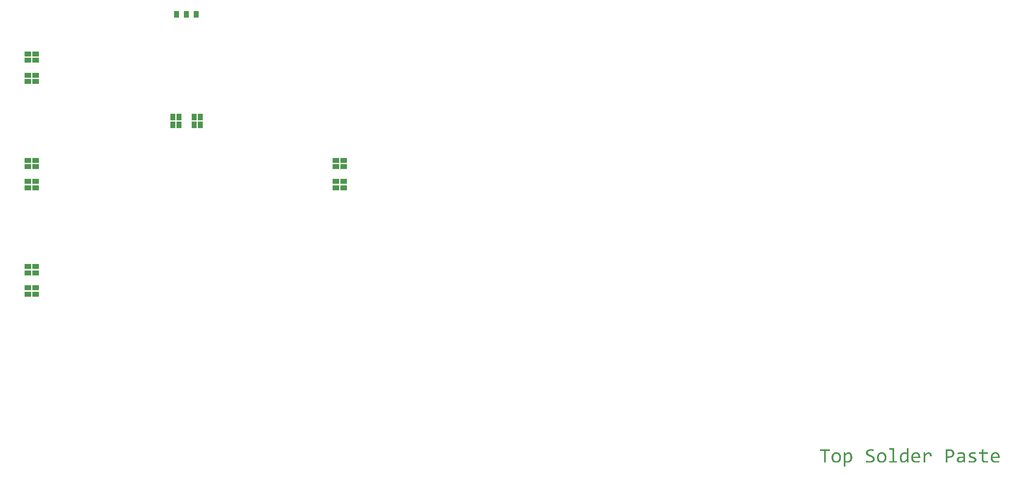
<source format=gtp>
G04*
G04 #@! TF.GenerationSoftware,Altium Limited,Altium Designer,21.2.2 (38)*
G04*
G04 Layer_Color=8421504*
%FSLAX25Y25*%
%MOIN*%
G70*
G04*
G04 #@! TF.SameCoordinates,DAC03B0E-16BA-4501-B517-EA695224B78F*
G04*
G04*
G04 #@! TF.FilePolarity,Positive*
G04*
G01*
G75*
%ADD18R,0.05512X0.04331*%
%ADD19R,0.05512X0.04331*%
%ADD20R,0.05512X0.04331*%
%ADD21R,0.05512X0.04331*%
%ADD22R,0.04331X0.05512*%
%ADD23R,0.04331X0.05512*%
%ADD24R,0.05512X0.04331*%
%ADD25R,0.05512X0.04331*%
%ADD26R,0.05512X0.04331*%
%ADD27R,0.05512X0.04331*%
%ADD28R,0.04134X0.05315*%
G36*
X699063Y-224101D02*
X699281Y-224120D01*
X699391D01*
X699482Y-224138D01*
X699682Y-224156D01*
X699919Y-224193D01*
X699974D01*
X700047Y-224211D01*
X700119D01*
X700320Y-224247D01*
X700557Y-224284D01*
X700611D01*
X700684Y-224302D01*
X700757Y-224320D01*
X700957Y-224357D01*
X701158Y-224393D01*
Y-225705D01*
X701122D01*
X701049Y-225668D01*
X700921Y-225650D01*
X700757Y-225614D01*
X700575Y-225577D01*
X700356Y-225523D01*
X699883Y-225450D01*
X699864D01*
X699773Y-225432D01*
X699664Y-225413D01*
X699500Y-225395D01*
X699318Y-225377D01*
X699099Y-225359D01*
X698662Y-225341D01*
X698461D01*
X698243Y-225359D01*
X697969Y-225395D01*
X697660Y-225450D01*
X697350Y-225523D01*
X697077Y-225632D01*
X696822Y-225778D01*
X696803Y-225796D01*
X696731Y-225851D01*
X696639Y-225942D01*
X696530Y-226069D01*
X696421Y-226233D01*
X696330Y-226434D01*
X696257Y-226652D01*
X696239Y-226907D01*
Y-226926D01*
Y-226980D01*
X696257Y-227053D01*
X696275Y-227163D01*
X696348Y-227399D01*
X696403Y-227527D01*
X696475Y-227654D01*
X696494Y-227673D01*
X696512Y-227709D01*
X696566Y-227764D01*
X696639Y-227837D01*
X696840Y-228019D01*
X697095Y-228219D01*
X697113Y-228237D01*
X697168Y-228256D01*
X697241Y-228310D01*
X697368Y-228365D01*
X697496Y-228438D01*
X697642Y-228511D01*
X698006Y-228657D01*
X698024D01*
X698097Y-228693D01*
X698188Y-228729D01*
X698334Y-228784D01*
X698480Y-228839D01*
X698644Y-228912D01*
X699026Y-229076D01*
X699044D01*
X699117Y-229112D01*
X699227Y-229148D01*
X699354Y-229203D01*
X699518Y-229276D01*
X699682Y-229349D01*
X700065Y-229531D01*
X700083Y-229549D01*
X700156Y-229568D01*
X700247Y-229622D01*
X700375Y-229695D01*
X700666Y-229895D01*
X700957Y-230132D01*
X700976Y-230151D01*
X701030Y-230187D01*
X701103Y-230260D01*
X701194Y-230369D01*
X701286Y-230479D01*
X701395Y-230624D01*
X701595Y-230952D01*
X701614Y-230970D01*
X701632Y-231043D01*
X701668Y-231134D01*
X701723Y-231262D01*
X701778Y-231426D01*
X701814Y-231626D01*
X701832Y-231827D01*
X701850Y-232064D01*
Y-232100D01*
Y-232191D01*
X701832Y-232337D01*
X701814Y-232519D01*
X701778Y-232720D01*
X701705Y-232956D01*
X701632Y-233193D01*
X701522Y-233412D01*
X701504Y-233430D01*
X701468Y-233503D01*
X701395Y-233612D01*
X701304Y-233740D01*
X701176Y-233886D01*
X701030Y-234050D01*
X700848Y-234214D01*
X700648Y-234359D01*
X700630Y-234378D01*
X700557Y-234414D01*
X700429Y-234487D01*
X700283Y-234578D01*
X700083Y-234669D01*
X699864Y-234760D01*
X699609Y-234851D01*
X699318Y-234924D01*
X699281D01*
X699190Y-234961D01*
X699026Y-234979D01*
X698808Y-235015D01*
X698553Y-235052D01*
X698261Y-235070D01*
X697933Y-235106D01*
X697332D01*
X697186Y-235088D01*
X697058D01*
X696731Y-235070D01*
X696658D01*
X696585Y-235052D01*
X696475D01*
X696220Y-235015D01*
X695929Y-234979D01*
X695856D01*
X695783Y-234961D01*
X695692D01*
X695455Y-234924D01*
X695200Y-234888D01*
X695182D01*
X695145Y-234870D01*
X695073Y-234851D01*
X695000Y-234833D01*
X694799Y-234778D01*
X694581Y-234724D01*
Y-233321D01*
X694617Y-233339D01*
X694690Y-233357D01*
X694817Y-233394D01*
X694981Y-233448D01*
X695182Y-233521D01*
X695419Y-233576D01*
X695674Y-233631D01*
X695947Y-233685D01*
X695984D01*
X696075Y-233703D01*
X696239Y-233722D01*
X696457Y-233740D01*
X696712Y-233776D01*
X697004Y-233794D01*
X697332Y-233813D01*
X697951D01*
X698115Y-233794D01*
X698297D01*
X698498Y-233758D01*
X698698Y-233740D01*
X698899Y-233703D01*
X698917D01*
X698990Y-233685D01*
X699063Y-233649D01*
X699190Y-233631D01*
X699445Y-233521D01*
X699700Y-233394D01*
X699719Y-233376D01*
X699755Y-233357D01*
X699810Y-233303D01*
X699883Y-233248D01*
X700047Y-233084D01*
X700174Y-232865D01*
Y-232847D01*
X700192Y-232811D01*
X700229Y-232738D01*
X700247Y-232647D01*
X700283Y-232537D01*
X700302Y-232410D01*
X700320Y-232137D01*
Y-232118D01*
Y-232064D01*
X700302Y-231991D01*
X700283Y-231881D01*
X700211Y-231645D01*
X700156Y-231535D01*
X700065Y-231408D01*
X700047Y-231389D01*
X700028Y-231353D01*
X699974Y-231298D01*
X699901Y-231225D01*
X699810Y-231134D01*
X699700Y-231043D01*
X699427Y-230861D01*
X699409Y-230843D01*
X699354Y-230825D01*
X699281Y-230770D01*
X699172Y-230715D01*
X699044Y-230643D01*
X698899Y-230570D01*
X698534Y-230406D01*
X698516Y-230387D01*
X698443Y-230369D01*
X698352Y-230333D01*
X698206Y-230278D01*
X698061Y-230223D01*
X697878Y-230151D01*
X697496Y-230005D01*
X697477Y-229987D01*
X697405Y-229968D01*
X697314Y-229914D01*
X697186Y-229859D01*
X697022Y-229786D01*
X696858Y-229713D01*
X696475Y-229531D01*
X696457Y-229513D01*
X696384Y-229476D01*
X696293Y-229440D01*
X696166Y-229367D01*
X696038Y-229276D01*
X695874Y-229185D01*
X695564Y-228948D01*
X695546Y-228930D01*
X695510Y-228893D01*
X695437Y-228820D01*
X695346Y-228711D01*
X695255Y-228602D01*
X695145Y-228456D01*
X694945Y-228146D01*
X694927Y-228128D01*
X694909Y-228055D01*
X694872Y-227964D01*
X694836Y-227837D01*
X694781Y-227673D01*
X694744Y-227490D01*
X694726Y-227272D01*
X694708Y-227053D01*
Y-227035D01*
Y-226962D01*
X694726Y-226853D01*
X694744Y-226707D01*
X694763Y-226543D01*
X694799Y-226361D01*
X694854Y-226160D01*
X694927Y-225960D01*
X694945Y-225942D01*
X694963Y-225869D01*
X695036Y-225778D01*
X695109Y-225650D01*
X695200Y-225504D01*
X695328Y-225341D01*
X695473Y-225177D01*
X695637Y-225012D01*
X695655Y-224994D01*
X695728Y-224940D01*
X695838Y-224867D01*
X695984Y-224776D01*
X696147Y-224666D01*
X696366Y-224557D01*
X696603Y-224448D01*
X696876Y-224338D01*
X696913Y-224320D01*
X697022Y-224302D01*
X697168Y-224266D01*
X697386Y-224211D01*
X697660Y-224156D01*
X697969Y-224120D01*
X698316Y-224101D01*
X698698Y-224083D01*
X698880D01*
X699063Y-224101D01*
D02*
G37*
G36*
X729271Y-234961D02*
X727978D01*
X727923Y-233412D01*
Y-233430D01*
X727905Y-233448D01*
X727814Y-233558D01*
X727704Y-233703D01*
X727540Y-233904D01*
X727340Y-234104D01*
X727121Y-234323D01*
X726885Y-234523D01*
X726629Y-234705D01*
X726593Y-234724D01*
X726502Y-234760D01*
X726374Y-234833D01*
X726174Y-234906D01*
X725955Y-234979D01*
X725700Y-235052D01*
X725427Y-235088D01*
X725117Y-235106D01*
X725008D01*
X724862Y-235088D01*
X724698Y-235070D01*
X724516Y-235033D01*
X724297Y-234979D01*
X724097Y-234906D01*
X723878Y-234815D01*
X723860Y-234797D01*
X723787Y-234760D01*
X723696Y-234687D01*
X723569Y-234596D01*
X723423Y-234487D01*
X723277Y-234341D01*
X723131Y-234177D01*
X722986Y-233995D01*
X722967Y-233977D01*
X722931Y-233904D01*
X722858Y-233776D01*
X722785Y-233631D01*
X722694Y-233430D01*
X722603Y-233211D01*
X722512Y-232975D01*
X722439Y-232701D01*
Y-232665D01*
X722421Y-232574D01*
X722384Y-232410D01*
X722366Y-232209D01*
X722330Y-231954D01*
X722293Y-231663D01*
X722275Y-231353D01*
Y-231025D01*
Y-231007D01*
Y-230970D01*
Y-230916D01*
Y-230843D01*
X722293Y-230661D01*
X722311Y-230406D01*
X722348Y-230114D01*
X722384Y-229804D01*
X722457Y-229476D01*
X722548Y-229167D01*
Y-229148D01*
X722567Y-229130D01*
X722603Y-229021D01*
X722676Y-228875D01*
X722767Y-228693D01*
X722876Y-228474D01*
X723022Y-228237D01*
X723186Y-228001D01*
X723368Y-227782D01*
X723386Y-227764D01*
X723459Y-227691D01*
X723569Y-227582D01*
X723733Y-227454D01*
X723915Y-227326D01*
X724133Y-227181D01*
X724370Y-227053D01*
X724644Y-226926D01*
X724680Y-226907D01*
X724771Y-226871D01*
X724935Y-226835D01*
X725136Y-226780D01*
X725372Y-226725D01*
X725664Y-226671D01*
X725974Y-226652D01*
X726302Y-226634D01*
X726538D01*
X726793Y-226652D01*
X727067Y-226689D01*
X727085D01*
X727140Y-226707D01*
X727213D01*
X727304Y-226725D01*
X727559Y-226780D01*
X727832Y-226853D01*
Y-223373D01*
X729271D01*
Y-234961D01*
D02*
G37*
G36*
X782255Y-226598D02*
X782437D01*
X782857Y-226634D01*
X782875D01*
X782966Y-226652D01*
X783075D01*
X783239Y-226671D01*
X783421Y-226707D01*
X783622Y-226725D01*
X783859Y-226780D01*
X784095Y-226816D01*
Y-228092D01*
X784059D01*
X783986Y-228055D01*
X783859Y-228037D01*
X783676Y-228001D01*
X783494Y-227964D01*
X783276Y-227928D01*
X782820Y-227855D01*
X782802D01*
X782711Y-227837D01*
X782601Y-227818D01*
X782456Y-227800D01*
X782292D01*
X782128Y-227782D01*
X781763Y-227764D01*
X781581D01*
X781454Y-227782D01*
X781162Y-227800D01*
X780870Y-227855D01*
X780852D01*
X780816Y-227873D01*
X780743Y-227891D01*
X780652Y-227909D01*
X780470Y-228001D01*
X780269Y-228092D01*
X780233Y-228110D01*
X780142Y-228183D01*
X780051Y-228292D01*
X779959Y-228420D01*
X779941Y-228456D01*
X779923Y-228547D01*
X779887Y-228675D01*
X779868Y-228839D01*
Y-228857D01*
Y-228875D01*
X779887Y-228966D01*
X779905Y-229094D01*
X779941Y-229240D01*
X779959Y-229276D01*
X780014Y-229349D01*
X780123Y-229458D01*
X780269Y-229586D01*
X780287D01*
X780306Y-229622D01*
X780360Y-229640D01*
X780433Y-229695D01*
X780543Y-229750D01*
X780652Y-229804D01*
X780779Y-229859D01*
X780925Y-229932D01*
X780943D01*
X780998Y-229968D01*
X781089Y-229987D01*
X781217Y-230041D01*
X781381Y-230096D01*
X781563Y-230151D01*
X781763Y-230205D01*
X782000Y-230278D01*
X782036Y-230296D01*
X782128Y-230314D01*
X782255Y-230351D01*
X782437Y-230424D01*
X782638Y-230479D01*
X782838Y-230570D01*
X783039Y-230643D01*
X783239Y-230734D01*
X783257Y-230752D01*
X783330Y-230770D01*
X783403Y-230825D01*
X783531Y-230879D01*
X783786Y-231062D01*
X784041Y-231262D01*
X784059Y-231280D01*
X784095Y-231317D01*
X784150Y-231371D01*
X784223Y-231444D01*
X784369Y-231645D01*
X784442Y-231772D01*
X784496Y-231900D01*
Y-231918D01*
X784515Y-231954D01*
X784551Y-232045D01*
X784569Y-232137D01*
X784606Y-232264D01*
X784624Y-232392D01*
X784642Y-232719D01*
Y-232738D01*
Y-232792D01*
Y-232884D01*
X784624Y-232975D01*
X784569Y-233230D01*
X784478Y-233503D01*
Y-233521D01*
X784460Y-233558D01*
X784423Y-233630D01*
X784369Y-233703D01*
X784241Y-233904D01*
X784077Y-234122D01*
X784059Y-234141D01*
X784041Y-234159D01*
X783986Y-234214D01*
X783913Y-234268D01*
X783713Y-234414D01*
X783476Y-234578D01*
X783458D01*
X783421Y-234614D01*
X783348Y-234633D01*
X783257Y-234687D01*
X783039Y-234778D01*
X782765Y-234870D01*
X782747D01*
X782711Y-234888D01*
X782620Y-234906D01*
X782528Y-234924D01*
X782419Y-234961D01*
X782273Y-234979D01*
X781982Y-235033D01*
X781964D01*
X781909Y-235052D01*
X781836D01*
X781727Y-235070D01*
X781490Y-235088D01*
X781198Y-235106D01*
X780889D01*
X780688Y-235088D01*
X780451D01*
X780196Y-235070D01*
X779650Y-235033D01*
X779613D01*
X779540Y-235015D01*
X779395Y-234997D01*
X779231Y-234979D01*
X779012Y-234942D01*
X778793Y-234906D01*
X778301Y-234797D01*
Y-233485D01*
X778338D01*
X778429Y-233521D01*
X778556Y-233558D01*
X778739Y-233612D01*
X778957Y-233667D01*
X779194Y-233722D01*
X779723Y-233813D01*
X779759D01*
X779850Y-233831D01*
X779978Y-233849D01*
X780160D01*
X780378Y-233867D01*
X780615Y-233886D01*
X781144Y-233904D01*
X781308D01*
X781490Y-233886D01*
X781709Y-233867D01*
X781964Y-233831D01*
X782219Y-233794D01*
X782456Y-233722D01*
X782656Y-233630D01*
X782674Y-233612D01*
X782729Y-233576D01*
X782820Y-233521D01*
X782911Y-233430D01*
X783002Y-233321D01*
X783093Y-233175D01*
X783148Y-233011D01*
X783166Y-232829D01*
Y-232811D01*
Y-232792D01*
X783148Y-232701D01*
X783130Y-232574D01*
X783075Y-232446D01*
X783057Y-232410D01*
X783020Y-232337D01*
X782929Y-232228D01*
X782784Y-232100D01*
X782747Y-232064D01*
X782692Y-232045D01*
X782638Y-231991D01*
X782547Y-231954D01*
X782437Y-231900D01*
X782292Y-231827D01*
X782146Y-231772D01*
X782128D01*
X782073Y-231736D01*
X781982Y-231699D01*
X781836Y-231645D01*
X781672Y-231590D01*
X781472Y-231517D01*
X781253Y-231444D01*
X780980Y-231371D01*
X780962D01*
X780889Y-231335D01*
X780779Y-231317D01*
X780652Y-231262D01*
X780488Y-231207D01*
X780324Y-231153D01*
X779959Y-231007D01*
X779941Y-230989D01*
X779887Y-230970D01*
X779796Y-230916D01*
X779686Y-230861D01*
X779413Y-230715D01*
X779140Y-230515D01*
X779121Y-230497D01*
X779085Y-230460D01*
X779012Y-230406D01*
X778939Y-230314D01*
X778757Y-230114D01*
X778593Y-229841D01*
Y-229823D01*
X778556Y-229768D01*
X778538Y-229695D01*
X778502Y-229586D01*
X778465Y-229458D01*
X778447Y-229294D01*
X778411Y-229112D01*
Y-228930D01*
Y-228912D01*
Y-228875D01*
Y-228802D01*
X778429Y-228711D01*
X778447Y-228602D01*
X778465Y-228474D01*
X778556Y-228183D01*
Y-228165D01*
X778593Y-228110D01*
X778629Y-228037D01*
X778684Y-227928D01*
X778757Y-227818D01*
X778848Y-227691D01*
X778976Y-227545D01*
X779103Y-227417D01*
X779121Y-227399D01*
X779176Y-227363D01*
X779267Y-227290D01*
X779376Y-227199D01*
X779522Y-227108D01*
X779704Y-227017D01*
X779905Y-226907D01*
X780142Y-226816D01*
X780178Y-226798D01*
X780269Y-226780D01*
X780397Y-226743D01*
X780597Y-226689D01*
X780834Y-226652D01*
X781107Y-226616D01*
X781435Y-226598D01*
X781781Y-226579D01*
X782109D01*
X782255Y-226598D01*
D02*
G37*
G36*
X680934Y-226598D02*
X681098Y-226616D01*
X681298Y-226652D01*
X681499Y-226707D01*
X681717Y-226780D01*
X681918Y-226889D01*
X681936Y-226907D01*
X682009Y-226944D01*
X682100Y-227017D01*
X682227Y-227108D01*
X682373Y-227217D01*
X682519Y-227363D01*
X682665Y-227527D01*
X682810Y-227727D01*
X682829Y-227746D01*
X682865Y-227818D01*
X682938Y-227928D01*
X683011Y-228092D01*
X683102Y-228274D01*
X683193Y-228492D01*
X683284Y-228748D01*
X683357Y-229021D01*
Y-229057D01*
X683393Y-229149D01*
X683412Y-229312D01*
X683448Y-229513D01*
X683485Y-229750D01*
X683503Y-230041D01*
X683539Y-230351D01*
Y-230697D01*
Y-230715D01*
Y-230752D01*
Y-230806D01*
Y-230879D01*
X683521Y-231098D01*
X683503Y-231353D01*
X683466Y-231663D01*
X683412Y-231973D01*
X683339Y-232300D01*
X683229Y-232628D01*
X683211Y-232665D01*
X683175Y-232756D01*
X683102Y-232902D01*
X683011Y-233102D01*
X682883Y-233303D01*
X682738Y-233540D01*
X682574Y-233758D01*
X682373Y-233977D01*
X682355Y-233995D01*
X682282Y-234068D01*
X682155Y-234159D01*
X682009Y-234286D01*
X681827Y-234414D01*
X681590Y-234560D01*
X681353Y-234687D01*
X681079Y-234797D01*
X681043Y-234815D01*
X680952Y-234833D01*
X680806Y-234870D01*
X680606Y-234924D01*
X680369Y-234979D01*
X680096Y-235015D01*
X679804Y-235033D01*
X679494Y-235052D01*
X679239D01*
X679003Y-235033D01*
X678711Y-234997D01*
X678638D01*
X678565Y-234979D01*
X678474Y-234961D01*
X678346D01*
X678219Y-234942D01*
X677927Y-234888D01*
Y-238331D01*
X676506D01*
Y-226725D01*
X677764D01*
X677855Y-228110D01*
Y-228092D01*
X677891Y-228074D01*
X677964Y-227964D01*
X678091Y-227818D01*
X678255Y-227654D01*
X678456Y-227454D01*
X678675Y-227254D01*
X678911Y-227071D01*
X679166Y-226926D01*
X679203Y-226907D01*
X679294Y-226871D01*
X679422Y-226816D01*
X679622Y-226743D01*
X679841Y-226689D01*
X680096Y-226634D01*
X680387Y-226598D01*
X680679Y-226579D01*
X680806D01*
X680934Y-226598D01*
D02*
G37*
G36*
X745925Y-226598D02*
X746016D01*
X746143Y-226616D01*
X746435Y-226689D01*
X746744Y-226780D01*
X747054Y-226926D01*
X747364Y-227144D01*
X747510Y-227272D01*
X747637Y-227417D01*
X747674Y-227454D01*
X747692Y-227509D01*
X747747Y-227563D01*
X747783Y-227654D01*
X747838Y-227764D01*
X747910Y-227891D01*
X747965Y-228037D01*
X748020Y-228201D01*
X748074Y-228365D01*
X748129Y-228565D01*
X748184Y-228784D01*
X748220Y-229039D01*
X748239Y-229294D01*
X748257Y-229568D01*
Y-229859D01*
X746817D01*
Y-229841D01*
Y-229804D01*
Y-229750D01*
Y-229677D01*
X746799Y-229495D01*
X746781Y-229276D01*
X746744Y-229021D01*
X746690Y-228766D01*
X746599Y-228511D01*
X746489Y-228310D01*
X746471Y-228292D01*
X746435Y-228237D01*
X746344Y-228146D01*
X746234Y-228055D01*
X746089Y-227982D01*
X745925Y-227891D01*
X745724Y-227837D01*
X745487Y-227818D01*
X745378D01*
X745323Y-227837D01*
X745141Y-227855D01*
X744922Y-227928D01*
X744904D01*
X744868Y-227946D01*
X744813Y-227964D01*
X744740Y-228001D01*
X744540Y-228110D01*
X744321Y-228256D01*
X744303Y-228274D01*
X744267Y-228292D01*
X744212Y-228347D01*
X744121Y-228401D01*
X743920Y-228602D01*
X743665Y-228839D01*
X743647Y-228857D01*
X743611Y-228893D01*
X743538Y-228966D01*
X743447Y-229076D01*
X743337Y-229203D01*
X743210Y-229331D01*
X743082Y-229495D01*
X742936Y-229677D01*
Y-234961D01*
X741497D01*
Y-226725D01*
X742791D01*
X742827Y-228256D01*
Y-228237D01*
X742864Y-228219D01*
X742955Y-228110D01*
X743100Y-227964D01*
X743283Y-227764D01*
X743501Y-227563D01*
X743738Y-227345D01*
X743993Y-227144D01*
X744267Y-226980D01*
X744303Y-226962D01*
X744394Y-226926D01*
X744522Y-226853D01*
X744722Y-226780D01*
X744922Y-226707D01*
X745178Y-226634D01*
X745433Y-226598D01*
X745706Y-226579D01*
X745833D01*
X745925Y-226598D01*
D02*
G37*
G36*
X772690D02*
X772890Y-226616D01*
X773127Y-226652D01*
X773583Y-226743D01*
X773601D01*
X773692Y-226780D01*
X773801Y-226816D01*
X773929Y-226871D01*
X774093Y-226944D01*
X774257Y-227035D01*
X774421Y-227126D01*
X774585Y-227254D01*
X774603Y-227272D01*
X774657Y-227308D01*
X774730Y-227381D01*
X774821Y-227472D01*
X774931Y-227600D01*
X775040Y-227746D01*
X775131Y-227909D01*
X775222Y-228092D01*
X775241Y-228110D01*
X775259Y-228183D01*
X775295Y-228292D01*
X775350Y-228438D01*
X775386Y-228602D01*
X775423Y-228820D01*
X775441Y-229039D01*
X775459Y-229294D01*
Y-234961D01*
X774165D01*
X774129Y-233867D01*
X774093Y-233904D01*
X774020Y-233977D01*
X773874Y-234086D01*
X773710Y-234232D01*
X773491Y-234378D01*
X773273Y-234542D01*
X773018Y-234687D01*
X772763Y-234815D01*
X772726Y-234833D01*
X772635Y-234851D01*
X772507Y-234906D01*
X772325Y-234961D01*
X772107Y-235015D01*
X771852Y-235052D01*
X771596Y-235088D01*
X771305Y-235106D01*
X771196D01*
X771068Y-235088D01*
X770904D01*
X770704Y-235070D01*
X770503Y-235033D01*
X770103Y-234942D01*
X770084D01*
X770030Y-234906D01*
X769939Y-234870D01*
X769811Y-234815D01*
X769556Y-234651D01*
X769282Y-234451D01*
X769264Y-234432D01*
X769228Y-234396D01*
X769173Y-234323D01*
X769100Y-234232D01*
X769028Y-234122D01*
X768936Y-233995D01*
X768809Y-233703D01*
Y-233685D01*
X768791Y-233630D01*
X768772Y-233539D01*
X768736Y-233430D01*
X768718Y-233284D01*
X768681Y-233120D01*
X768663Y-232774D01*
Y-232756D01*
Y-232719D01*
Y-232647D01*
X768681Y-232574D01*
X768700Y-232465D01*
X768718Y-232337D01*
X768772Y-232064D01*
X768882Y-231754D01*
X769046Y-231426D01*
X769155Y-231262D01*
X769282Y-231116D01*
X769410Y-230970D01*
X769574Y-230825D01*
X769592D01*
X769611Y-230788D01*
X769665Y-230752D01*
X769756Y-230715D01*
X769847Y-230661D01*
X769957Y-230606D01*
X770103Y-230533D01*
X770266Y-230460D01*
X770449Y-230406D01*
X770649Y-230333D01*
X770868Y-230278D01*
X771123Y-230223D01*
X771378Y-230187D01*
X771669Y-230151D01*
X771979Y-230114D01*
X774020D01*
Y-229403D01*
Y-229367D01*
Y-229276D01*
X774002Y-229148D01*
X773965Y-228984D01*
X773910Y-228802D01*
X773819Y-228602D01*
X773710Y-228420D01*
X773546Y-228237D01*
X773528Y-228219D01*
X773455Y-228165D01*
X773346Y-228092D01*
X773200Y-228019D01*
X772999Y-227946D01*
X772744Y-227873D01*
X772453Y-227818D01*
X772125Y-227800D01*
X771870D01*
X771688Y-227818D01*
X771469Y-227837D01*
X771250Y-227873D01*
X770740Y-227964D01*
X770704D01*
X770631Y-228001D01*
X770485Y-228037D01*
X770321Y-228074D01*
X770103Y-228146D01*
X769866Y-228219D01*
X769611Y-228310D01*
X769355Y-228401D01*
Y-227108D01*
X769374D01*
X769410Y-227090D01*
X769447Y-227071D01*
X769519Y-227053D01*
X769702Y-226998D01*
X769939Y-226926D01*
X769957D01*
X769993Y-226907D01*
X770066Y-226889D01*
X770157Y-226871D01*
X770394Y-226816D01*
X770649Y-226762D01*
X770667D01*
X770722Y-226743D01*
X770795Y-226725D01*
X770886Y-226707D01*
X770995Y-226689D01*
X771123Y-226671D01*
X771414Y-226634D01*
X771432D01*
X771487Y-226616D01*
X771560D01*
X771669Y-226598D01*
X771797D01*
X771924Y-226579D01*
X772507D01*
X772690Y-226598D01*
D02*
G37*
G36*
X763124Y-224266D02*
X763361Y-224284D01*
X763616Y-224320D01*
X764163Y-224429D01*
X764199D01*
X764290Y-224466D01*
X764418Y-224502D01*
X764600Y-224575D01*
X764800Y-224648D01*
X765001Y-224757D01*
X765219Y-224867D01*
X765438Y-225012D01*
X765456Y-225031D01*
X765529Y-225085D01*
X765639Y-225158D01*
X765766Y-225286D01*
X765912Y-225432D01*
X766058Y-225595D01*
X766203Y-225796D01*
X766331Y-226015D01*
X766349Y-226051D01*
X766386Y-226124D01*
X766440Y-226252D01*
X766495Y-226434D01*
X766549Y-226652D01*
X766604Y-226907D01*
X766641Y-227199D01*
X766659Y-227527D01*
Y-227563D01*
Y-227636D01*
X766641Y-227764D01*
X766622Y-227928D01*
X766604Y-228128D01*
X766549Y-228365D01*
X766495Y-228602D01*
X766404Y-228839D01*
X766386Y-228875D01*
X766367Y-228948D01*
X766294Y-229076D01*
X766222Y-229221D01*
X766112Y-229403D01*
X765985Y-229586D01*
X765821Y-229786D01*
X765639Y-229987D01*
X765620Y-230005D01*
X765548Y-230078D01*
X765438Y-230169D01*
X765292Y-230278D01*
X765092Y-230406D01*
X764873Y-230551D01*
X764618Y-230679D01*
X764327Y-230806D01*
X764290Y-230825D01*
X764181Y-230861D01*
X764017Y-230898D01*
X763780Y-230952D01*
X763507Y-231025D01*
X763179Y-231062D01*
X762796Y-231098D01*
X762395Y-231116D01*
X761084D01*
Y-234961D01*
X759626D01*
Y-224247D01*
X762924D01*
X763124Y-224266D01*
D02*
G37*
G36*
X717684Y-233776D02*
X720143D01*
Y-234961D01*
X713548D01*
Y-233776D01*
X716244D01*
Y-224539D01*
X713821D01*
Y-223373D01*
X717684D01*
Y-233776D01*
D02*
G37*
G36*
X665246Y-225486D02*
X662076D01*
Y-234961D01*
X660600D01*
Y-225486D01*
X657430D01*
Y-224247D01*
X665246D01*
Y-225486D01*
D02*
G37*
G36*
X790272Y-226725D02*
X793989D01*
Y-227928D01*
X790272D01*
Y-232118D01*
Y-232137D01*
Y-232155D01*
Y-232264D01*
X790290Y-232410D01*
X790327Y-232610D01*
X790381Y-232829D01*
X790472Y-233048D01*
X790582Y-233248D01*
X790746Y-233430D01*
X790764Y-233448D01*
X790837Y-233503D01*
X790946Y-233576D01*
X791092Y-233649D01*
X791292Y-233722D01*
X791529Y-233794D01*
X791803Y-233849D01*
X792130Y-233867D01*
X792385D01*
X792513Y-233849D01*
X792677D01*
X793005Y-233813D01*
X793023D01*
X793096Y-233794D01*
X793187D01*
X793315Y-233758D01*
X793461Y-233740D01*
X793624Y-233703D01*
X793989Y-233612D01*
Y-234851D01*
X793971D01*
X793898Y-234870D01*
X793807Y-234888D01*
X793679Y-234906D01*
X793515Y-234942D01*
X793351Y-234961D01*
X792969Y-235015D01*
X792877D01*
X792786Y-235033D01*
X792641D01*
X792495Y-235052D01*
X792313D01*
X791930Y-235070D01*
X791784D01*
X791675Y-235052D01*
X791547D01*
X791402Y-235033D01*
X791055Y-234979D01*
X790691Y-234906D01*
X790308Y-234778D01*
X789944Y-234614D01*
X789762Y-234505D01*
X789616Y-234378D01*
X789580Y-234341D01*
X789489Y-234250D01*
X789379Y-234086D01*
X789233Y-233849D01*
X789088Y-233539D01*
X788978Y-233175D01*
X788887Y-232738D01*
X788851Y-232228D01*
Y-227928D01*
X786555D01*
Y-226725D01*
X788851D01*
Y-224466D01*
X790272Y-224083D01*
Y-226725D01*
D02*
G37*
G36*
X800293Y-226598D02*
X800493Y-226616D01*
X800730Y-226652D01*
X800985Y-226689D01*
X801240Y-226762D01*
X801495Y-226853D01*
X801532Y-226871D01*
X801605Y-226907D01*
X801732Y-226962D01*
X801896Y-227053D01*
X802060Y-227162D01*
X802261Y-227290D01*
X802443Y-227454D01*
X802625Y-227636D01*
X802643Y-227654D01*
X802698Y-227727D01*
X802789Y-227837D01*
X802880Y-227964D01*
X802989Y-228146D01*
X803117Y-228347D01*
X803226Y-228584D01*
X803318Y-228839D01*
X803336Y-228875D01*
X803354Y-228966D01*
X803390Y-229112D01*
X803445Y-229294D01*
X803481Y-229531D01*
X803518Y-229786D01*
X803536Y-230078D01*
X803554Y-230406D01*
Y-230424D01*
Y-230460D01*
Y-230515D01*
Y-230588D01*
Y-230752D01*
X803536Y-230934D01*
Y-230970D01*
Y-231062D01*
Y-231171D01*
X803518Y-231298D01*
X797742Y-231298D01*
Y-231317D01*
Y-231353D01*
Y-231426D01*
X797760Y-231499D01*
Y-231608D01*
X797779Y-231736D01*
X797833Y-232027D01*
X797906Y-232337D01*
X798034Y-232665D01*
X798198Y-232975D01*
X798435Y-233248D01*
X798471Y-233284D01*
X798562Y-233357D01*
X798726Y-233467D01*
X798963Y-233576D01*
X799254Y-233703D01*
X799601Y-233813D01*
X800002Y-233886D01*
X800475Y-233922D01*
X800931D01*
X801186Y-233904D01*
X801240D01*
X801313Y-233886D01*
X801404D01*
X801641Y-233849D01*
X801878Y-233831D01*
X801896D01*
X801933Y-233813D01*
X802006D01*
X802097Y-233794D01*
X802297Y-233758D01*
X802534Y-233722D01*
X802552D01*
X802589Y-233703D01*
X802643Y-233685D01*
X802716Y-233667D01*
X802917Y-233630D01*
X803117Y-233576D01*
Y-234742D01*
X803099D01*
X803008Y-234760D01*
X802898Y-234797D01*
X802734Y-234833D01*
X802534Y-234870D01*
X802315Y-234924D01*
X802060Y-234961D01*
X801787Y-234997D01*
X801751D01*
X801659Y-235015D01*
X801514Y-235033D01*
X801332Y-235052D01*
X801095Y-235070D01*
X800840Y-235088D01*
X800566Y-235106D01*
X800093Y-235106D01*
X799892Y-235088D01*
X799655Y-235070D01*
X799364Y-235033D01*
X799054Y-234997D01*
X798744Y-234924D01*
X798453Y-234833D01*
X798416Y-234815D01*
X798325Y-234778D01*
X798179Y-234705D01*
X798015Y-234614D01*
X797815Y-234505D01*
X797596Y-234359D01*
X797396Y-234195D01*
X797196Y-233995D01*
X797177Y-233977D01*
X797123Y-233904D01*
X797032Y-233776D01*
X796922Y-233630D01*
X796795Y-233430D01*
X796685Y-233211D01*
X796558Y-232938D01*
X796467Y-232665D01*
Y-232647D01*
Y-232628D01*
X796430Y-232519D01*
X796394Y-232355D01*
X796357Y-232137D01*
X796321Y-231863D01*
X796285Y-231572D01*
X796266Y-231225D01*
X796248Y-230861D01*
Y-230843D01*
Y-230825D01*
Y-230715D01*
X796266Y-230551D01*
X796285Y-230333D01*
X796303Y-230096D01*
X796357Y-229823D01*
X796412Y-229531D01*
X796485Y-229240D01*
Y-229221D01*
X796503Y-229203D01*
X796540Y-229112D01*
X796594Y-228966D01*
X796667Y-228766D01*
X796776Y-228565D01*
X796904Y-228328D01*
X797050Y-228092D01*
X797214Y-227873D01*
X797232Y-227855D01*
X797305Y-227782D01*
X797414Y-227673D01*
X797542Y-227527D01*
X797724Y-227381D01*
X797924Y-227217D01*
X798143Y-227071D01*
X798398Y-226926D01*
X798435Y-226907D01*
X798526Y-226871D01*
X798671Y-226816D01*
X798854Y-226743D01*
X799090Y-226689D01*
X799364Y-226634D01*
X799655Y-226598D01*
X799983Y-226579D01*
X800129D01*
X800293Y-226598D01*
D02*
G37*
G36*
X735630Y-226598D02*
X735831Y-226616D01*
X736067Y-226652D01*
X736323Y-226689D01*
X736578Y-226762D01*
X736833Y-226853D01*
X736869Y-226871D01*
X736942Y-226907D01*
X737070Y-226962D01*
X737234Y-227053D01*
X737397Y-227163D01*
X737598Y-227290D01*
X737780Y-227454D01*
X737962Y-227636D01*
X737981Y-227654D01*
X738035Y-227727D01*
X738126Y-227837D01*
X738217Y-227964D01*
X738327Y-228146D01*
X738454Y-228347D01*
X738564Y-228584D01*
X738655Y-228839D01*
X738673Y-228875D01*
X738691Y-228966D01*
X738728Y-229112D01*
X738782Y-229294D01*
X738819Y-229531D01*
X738855Y-229786D01*
X738873Y-230078D01*
X738892Y-230406D01*
Y-230424D01*
Y-230460D01*
Y-230515D01*
Y-230588D01*
Y-230752D01*
X738873Y-230934D01*
Y-230970D01*
Y-231062D01*
Y-231171D01*
X738855Y-231298D01*
X733079D01*
Y-231317D01*
Y-231353D01*
Y-231426D01*
X733098Y-231499D01*
Y-231608D01*
X733116Y-231736D01*
X733171Y-232027D01*
X733243Y-232337D01*
X733371Y-232665D01*
X733535Y-232975D01*
X733772Y-233248D01*
X733808Y-233284D01*
X733899Y-233357D01*
X734063Y-233467D01*
X734300Y-233576D01*
X734592Y-233703D01*
X734938Y-233813D01*
X735339Y-233886D01*
X735812Y-233922D01*
X736268D01*
X736523Y-233904D01*
X736578D01*
X736651Y-233886D01*
X736742D01*
X736978Y-233849D01*
X737215Y-233831D01*
X737234D01*
X737270Y-233813D01*
X737343D01*
X737434Y-233794D01*
X737634Y-233758D01*
X737871Y-233722D01*
X737889D01*
X737926Y-233703D01*
X737981Y-233685D01*
X738054Y-233667D01*
X738254Y-233631D01*
X738454Y-233576D01*
Y-234742D01*
X738436D01*
X738345Y-234760D01*
X738236Y-234797D01*
X738072Y-234833D01*
X737871Y-234870D01*
X737653Y-234924D01*
X737397Y-234961D01*
X737124Y-234997D01*
X737088D01*
X736997Y-235015D01*
X736851Y-235033D01*
X736669Y-235052D01*
X736432Y-235070D01*
X736177Y-235088D01*
X735904Y-235106D01*
X735430D01*
X735229Y-235088D01*
X734993Y-235070D01*
X734701Y-235033D01*
X734391Y-234997D01*
X734082Y-234924D01*
X733790Y-234833D01*
X733753Y-234815D01*
X733662Y-234778D01*
X733517Y-234705D01*
X733353Y-234614D01*
X733152Y-234505D01*
X732934Y-234359D01*
X732733Y-234195D01*
X732533Y-233995D01*
X732515Y-233977D01*
X732460Y-233904D01*
X732369Y-233776D01*
X732260Y-233631D01*
X732132Y-233430D01*
X732023Y-233211D01*
X731895Y-232938D01*
X731804Y-232665D01*
Y-232647D01*
Y-232628D01*
X731768Y-232519D01*
X731731Y-232355D01*
X731695Y-232137D01*
X731658Y-231863D01*
X731622Y-231572D01*
X731604Y-231225D01*
X731585Y-230861D01*
Y-230843D01*
Y-230825D01*
Y-230715D01*
X731604Y-230551D01*
X731622Y-230333D01*
X731640Y-230096D01*
X731695Y-229823D01*
X731749Y-229531D01*
X731822Y-229240D01*
Y-229221D01*
X731840Y-229203D01*
X731877Y-229112D01*
X731931Y-228966D01*
X732004Y-228766D01*
X732114Y-228565D01*
X732241Y-228328D01*
X732387Y-228092D01*
X732551Y-227873D01*
X732569Y-227855D01*
X732642Y-227782D01*
X732752Y-227673D01*
X732879Y-227527D01*
X733061Y-227381D01*
X733262Y-227217D01*
X733480Y-227071D01*
X733735Y-226926D01*
X733772Y-226907D01*
X733863Y-226871D01*
X734009Y-226816D01*
X734191Y-226743D01*
X734428Y-226689D01*
X734701Y-226634D01*
X734993Y-226598D01*
X735321Y-226579D01*
X735466D01*
X735630Y-226598D01*
D02*
G37*
G36*
X707918D02*
X708118Y-226616D01*
X708373Y-226652D01*
X708628Y-226707D01*
X708902Y-226780D01*
X709175Y-226871D01*
X709211Y-226889D01*
X709302Y-226926D01*
X709430Y-226980D01*
X709594Y-227071D01*
X709776Y-227181D01*
X709976Y-227326D01*
X710177Y-227490D01*
X710359Y-227673D01*
X710377Y-227691D01*
X710432Y-227764D01*
X710523Y-227873D01*
X710632Y-228037D01*
X710760Y-228219D01*
X710887Y-228456D01*
X710997Y-228711D01*
X711106Y-228984D01*
X711124Y-229021D01*
X711142Y-229130D01*
X711197Y-229294D01*
X711252Y-229495D01*
X711288Y-229768D01*
X711343Y-230078D01*
X711361Y-230424D01*
X711379Y-230788D01*
Y-230806D01*
Y-230825D01*
Y-230879D01*
Y-230952D01*
X711361Y-231134D01*
X711343Y-231371D01*
X711306Y-231645D01*
X711270Y-231936D01*
X711197Y-232246D01*
X711106Y-232556D01*
X711088Y-232592D01*
X711051Y-232683D01*
X710997Y-232829D01*
X710906Y-233011D01*
X710796Y-233230D01*
X710669Y-233467D01*
X710505Y-233703D01*
X710323Y-233922D01*
X710304Y-233940D01*
X710231Y-234013D01*
X710122Y-234122D01*
X709976Y-234250D01*
X709794Y-234378D01*
X709594Y-234523D01*
X709339Y-234669D01*
X709084Y-234797D01*
X709047Y-234815D01*
X708956Y-234851D01*
X708810Y-234888D01*
X708610Y-234942D01*
X708355Y-235015D01*
X708082Y-235052D01*
X707772Y-235088D01*
X707426Y-235106D01*
X707280D01*
X707098Y-235088D01*
X706897Y-235070D01*
X706642Y-235033D01*
X706369Y-234997D01*
X706096Y-234924D01*
X705822Y-234833D01*
X705786Y-234815D01*
X705713Y-234778D01*
X705585Y-234724D01*
X705421Y-234633D01*
X705221Y-234523D01*
X705039Y-234378D01*
X704838Y-234214D01*
X704638Y-234031D01*
X704620Y-234013D01*
X704565Y-233940D01*
X704474Y-233831D01*
X704365Y-233667D01*
X704255Y-233485D01*
X704128Y-233248D01*
X704018Y-232993D01*
X703909Y-232720D01*
Y-232701D01*
X703891Y-232683D01*
X703873Y-232574D01*
X703836Y-232410D01*
X703782Y-232191D01*
X703727Y-231918D01*
X703690Y-231608D01*
X703672Y-231262D01*
X703654Y-230898D01*
Y-230879D01*
Y-230861D01*
Y-230806D01*
Y-230734D01*
X703672Y-230551D01*
X703690Y-230333D01*
X703709Y-230059D01*
X703763Y-229768D01*
X703818Y-229458D01*
X703909Y-229167D01*
Y-229148D01*
X703927Y-229130D01*
X703964Y-229039D01*
X704018Y-228875D01*
X704110Y-228693D01*
X704219Y-228474D01*
X704365Y-228256D01*
X704510Y-228019D01*
X704693Y-227800D01*
X704711Y-227782D01*
X704784Y-227709D01*
X704893Y-227600D01*
X705039Y-227472D01*
X705221Y-227326D01*
X705440Y-227181D01*
X705677Y-227035D01*
X705932Y-226907D01*
X705968Y-226889D01*
X706059Y-226853D01*
X706205Y-226798D01*
X706405Y-226743D01*
X706660Y-226689D01*
X706934Y-226634D01*
X707243Y-226598D01*
X707590Y-226579D01*
X707735D01*
X707918Y-226598D01*
D02*
G37*
G36*
X670967Y-226598D02*
X671168Y-226616D01*
X671423Y-226652D01*
X671678Y-226707D01*
X671951Y-226780D01*
X672225Y-226871D01*
X672261Y-226889D01*
X672352Y-226926D01*
X672480Y-226980D01*
X672644Y-227071D01*
X672826Y-227181D01*
X673026Y-227326D01*
X673227Y-227490D01*
X673409Y-227673D01*
X673427Y-227691D01*
X673482Y-227764D01*
X673573Y-227873D01*
X673682Y-228037D01*
X673810Y-228219D01*
X673937Y-228456D01*
X674047Y-228711D01*
X674156Y-228984D01*
X674174Y-229021D01*
X674192Y-229130D01*
X674247Y-229294D01*
X674302Y-229495D01*
X674338Y-229768D01*
X674393Y-230078D01*
X674411Y-230424D01*
X674429Y-230788D01*
Y-230806D01*
Y-230825D01*
Y-230879D01*
Y-230952D01*
X674411Y-231134D01*
X674393Y-231371D01*
X674356Y-231645D01*
X674320Y-231936D01*
X674247Y-232246D01*
X674156Y-232556D01*
X674138Y-232592D01*
X674101Y-232683D01*
X674047Y-232829D01*
X673955Y-233011D01*
X673846Y-233230D01*
X673719Y-233467D01*
X673555Y-233703D01*
X673373Y-233922D01*
X673354Y-233940D01*
X673281Y-234013D01*
X673172Y-234122D01*
X673026Y-234250D01*
X672844Y-234378D01*
X672644Y-234523D01*
X672389Y-234669D01*
X672133Y-234797D01*
X672097Y-234815D01*
X672006Y-234851D01*
X671860Y-234888D01*
X671660Y-234942D01*
X671405Y-235015D01*
X671131Y-235052D01*
X670822Y-235088D01*
X670475Y-235106D01*
X670330D01*
X670148Y-235088D01*
X669947Y-235070D01*
X669692Y-235033D01*
X669419Y-234997D01*
X669145Y-234924D01*
X668872Y-234833D01*
X668836Y-234815D01*
X668763Y-234778D01*
X668635Y-234724D01*
X668471Y-234633D01*
X668271Y-234523D01*
X668089Y-234378D01*
X667888Y-234214D01*
X667688Y-234031D01*
X667670Y-234013D01*
X667615Y-233940D01*
X667524Y-233831D01*
X667415Y-233667D01*
X667305Y-233485D01*
X667178Y-233248D01*
X667068Y-232993D01*
X666959Y-232720D01*
Y-232701D01*
X666941Y-232683D01*
X666923Y-232574D01*
X666886Y-232410D01*
X666831Y-232191D01*
X666777Y-231918D01*
X666740Y-231608D01*
X666722Y-231262D01*
X666704Y-230898D01*
Y-230879D01*
Y-230861D01*
Y-230806D01*
Y-230734D01*
X666722Y-230551D01*
X666740Y-230333D01*
X666759Y-230060D01*
X666813Y-229768D01*
X666868Y-229458D01*
X666959Y-229167D01*
Y-229149D01*
X666977Y-229130D01*
X667014Y-229039D01*
X667068Y-228875D01*
X667160Y-228693D01*
X667269Y-228474D01*
X667415Y-228256D01*
X667560Y-228019D01*
X667742Y-227800D01*
X667761Y-227782D01*
X667834Y-227709D01*
X667943Y-227600D01*
X668089Y-227472D01*
X668271Y-227326D01*
X668490Y-227181D01*
X668726Y-227035D01*
X668982Y-226907D01*
X669018Y-226889D01*
X669109Y-226853D01*
X669255Y-226798D01*
X669455Y-226743D01*
X669710Y-226689D01*
X669984Y-226634D01*
X670293Y-226598D01*
X670640Y-226579D01*
X670785D01*
X670967Y-226598D01*
D02*
G37*
%LPC*%
G36*
X726192Y-227818D02*
X726083D01*
X725992Y-227837D01*
X725791Y-227855D01*
X725536Y-227909D01*
X725227Y-228001D01*
X724935Y-228146D01*
X724644Y-228328D01*
X724370Y-228584D01*
X724352Y-228620D01*
X724279Y-228729D01*
X724225Y-228802D01*
X724170Y-228912D01*
X724115Y-229021D01*
X724060Y-229148D01*
X723988Y-229312D01*
X723933Y-229476D01*
X723878Y-229677D01*
X723842Y-229895D01*
X723787Y-230114D01*
X723769Y-230369D01*
X723733Y-230643D01*
Y-230934D01*
Y-230952D01*
Y-231007D01*
Y-231080D01*
Y-231171D01*
X723751Y-231298D01*
Y-231444D01*
X723787Y-231772D01*
X723842Y-232137D01*
X723915Y-232501D01*
X724024Y-232847D01*
X724170Y-233157D01*
X724188Y-233193D01*
X724243Y-233266D01*
X724352Y-233394D01*
X724498Y-233521D01*
X724662Y-233649D01*
X724880Y-233776D01*
X725117Y-233849D01*
X725409Y-233886D01*
X725500D01*
X725609Y-233867D01*
X725755Y-233831D01*
X725937Y-233776D01*
X726119Y-233685D01*
X726338Y-233576D01*
X726557Y-233412D01*
X726593Y-233394D01*
X726666Y-233321D01*
X726775Y-233211D01*
X726939Y-233048D01*
X727140Y-232847D01*
X727340Y-232592D01*
X727577Y-232300D01*
X727832Y-231973D01*
Y-228165D01*
X727814D01*
X727777Y-228128D01*
X727686Y-228110D01*
X727595Y-228074D01*
X727486Y-228037D01*
X727340Y-227982D01*
X727030Y-227909D01*
X727012D01*
X726958Y-227891D01*
X726885Y-227873D01*
X726775Y-227855D01*
X726648D01*
X726502Y-227837D01*
X726192Y-227818D01*
D02*
G37*
G36*
X680551Y-227818D02*
X680278D01*
X680223Y-227837D01*
X680041Y-227855D01*
X679841Y-227909D01*
X679822D01*
X679786Y-227928D01*
X679731Y-227946D01*
X679658Y-227982D01*
X679476Y-228074D01*
X679257Y-228201D01*
X679239D01*
X679203Y-228237D01*
X679148Y-228274D01*
X679075Y-228347D01*
X678875Y-228511D01*
X678620Y-228748D01*
X678602Y-228766D01*
X678565Y-228802D01*
X678492Y-228875D01*
X678419Y-228966D01*
X678310Y-229094D01*
X678183Y-229240D01*
X678055Y-229385D01*
X677927Y-229568D01*
Y-233558D01*
X677946D01*
X678000Y-233576D01*
X678073Y-233612D01*
X678183Y-233649D01*
X678292Y-233685D01*
X678438Y-233740D01*
X678747Y-233813D01*
X678766D01*
X678820Y-233831D01*
X678911Y-233849D01*
X679021D01*
X679148Y-233867D01*
X679294Y-233886D01*
X679604Y-233904D01*
X679713D01*
X679786Y-233886D01*
X680005Y-233867D01*
X680260Y-233813D01*
X680551Y-233703D01*
X680843Y-233576D01*
X681134Y-233376D01*
X681280Y-233266D01*
X681407Y-233120D01*
Y-233102D01*
X681444Y-233084D01*
X681462Y-233029D01*
X681517Y-232975D01*
X681571Y-232884D01*
X681626Y-232792D01*
X681681Y-232665D01*
X681754Y-232537D01*
X681808Y-232373D01*
X681863Y-232209D01*
X681918Y-232009D01*
X681972Y-231790D01*
X682027Y-231572D01*
X682045Y-231317D01*
X682082Y-231062D01*
Y-230770D01*
Y-230734D01*
Y-230661D01*
Y-230533D01*
X682063Y-230369D01*
Y-230187D01*
X682045Y-229987D01*
X681972Y-229586D01*
Y-229568D01*
X681954Y-229495D01*
X681936Y-229385D01*
X681899Y-229258D01*
X681808Y-228966D01*
X681681Y-228657D01*
Y-228638D01*
X681644Y-228584D01*
X681608Y-228511D01*
X681535Y-228420D01*
X681371Y-228219D01*
X681152Y-228037D01*
X681134Y-228019D01*
X681098Y-228001D01*
X681025Y-227964D01*
X680934Y-227928D01*
X680824Y-227891D01*
X680697Y-227855D01*
X680551Y-227818D01*
D02*
G37*
G36*
X774020Y-231207D02*
X772015D01*
X771888Y-231225D01*
X771596Y-231244D01*
X771287Y-231317D01*
X771269D01*
X771232Y-231335D01*
X771159Y-231353D01*
X771068Y-231389D01*
X770850Y-231499D01*
X770649Y-231626D01*
X770631D01*
X770613Y-231663D01*
X770521Y-231754D01*
X770394Y-231918D01*
X770285Y-232100D01*
Y-232118D01*
X770266Y-232155D01*
X770248Y-232209D01*
X770230Y-232282D01*
X770193Y-232483D01*
X770175Y-232719D01*
Y-232738D01*
Y-232756D01*
X770193Y-232865D01*
X770212Y-233011D01*
X770248Y-233175D01*
Y-233193D01*
X770266Y-233211D01*
X770303Y-233303D01*
X770376Y-233430D01*
X770485Y-233576D01*
X770521Y-233594D01*
X770594Y-233667D01*
X770740Y-233758D01*
X770904Y-233831D01*
X770922D01*
X770959Y-233849D01*
X771013Y-233867D01*
X771086D01*
X771287Y-233904D01*
X771542Y-233922D01*
X771633D01*
X771724Y-233904D01*
X771870Y-233886D01*
X772034Y-233849D01*
X772234Y-233794D01*
X772435Y-233722D01*
X772672Y-233630D01*
X772708Y-233612D01*
X772781Y-233576D01*
X772908Y-233503D01*
X773072Y-233394D01*
X773273Y-233266D01*
X773510Y-233102D01*
X773765Y-232920D01*
X774020Y-232683D01*
Y-231207D01*
D02*
G37*
G36*
X762559Y-225468D02*
X761084D01*
Y-229877D01*
X762559D01*
X762650Y-229859D01*
X762760D01*
X762887Y-229841D01*
X763161Y-229804D01*
X763489Y-229731D01*
X763817Y-229640D01*
X764145Y-229495D01*
X764436Y-229312D01*
X764472Y-229294D01*
X764545Y-229203D01*
X764655Y-229076D01*
X764800Y-228893D01*
X764928Y-228638D01*
X765037Y-228347D01*
X765110Y-228001D01*
X765147Y-227600D01*
Y-227582D01*
Y-227563D01*
Y-227509D01*
X765128Y-227436D01*
X765110Y-227254D01*
X765056Y-227017D01*
X764983Y-226762D01*
X764855Y-226506D01*
X764691Y-226252D01*
X764454Y-226033D01*
X764418Y-226015D01*
X764327Y-225942D01*
X764181Y-225851D01*
X763962Y-225741D01*
X763689Y-225650D01*
X763379Y-225559D01*
X762997Y-225486D01*
X762559Y-225468D01*
D02*
G37*
G36*
X800111Y-227727D02*
X799746D01*
X799637Y-227746D01*
X799509Y-227764D01*
X799364Y-227800D01*
X799054Y-227909D01*
X799036D01*
X798999Y-227946D01*
X798926Y-227982D01*
X798835Y-228037D01*
X798617Y-228201D01*
X798398Y-228420D01*
X798380Y-228438D01*
X798362Y-228474D01*
X798307Y-228547D01*
X798234Y-228638D01*
X798161Y-228748D01*
X798088Y-228893D01*
X797943Y-229203D01*
Y-229221D01*
X797924Y-229276D01*
X797888Y-229367D01*
X797852Y-229495D01*
X797815Y-229640D01*
X797797Y-229823D01*
X797742Y-230205D01*
X802079Y-230205D01*
Y-230187D01*
Y-230114D01*
Y-230005D01*
Y-229877D01*
X802060Y-229731D01*
X802042Y-229568D01*
X801951Y-229221D01*
Y-229203D01*
X801933Y-229148D01*
X801896Y-229057D01*
X801860Y-228948D01*
X801732Y-228693D01*
X801550Y-228438D01*
X801532Y-228420D01*
X801495Y-228383D01*
X801441Y-228328D01*
X801368Y-228256D01*
X801259Y-228165D01*
X801149Y-228092D01*
X800858Y-227928D01*
X800840Y-227909D01*
X800785Y-227891D01*
X800694Y-227855D01*
X800585Y-227818D01*
X800457Y-227782D01*
X800293Y-227764D01*
X800111Y-227727D01*
D02*
G37*
G36*
X735448Y-227727D02*
X735084D01*
X734974Y-227746D01*
X734847Y-227764D01*
X734701Y-227800D01*
X734391Y-227909D01*
X734373D01*
X734337Y-227946D01*
X734264Y-227982D01*
X734173Y-228037D01*
X733954Y-228201D01*
X733735Y-228420D01*
X733717Y-228438D01*
X733699Y-228474D01*
X733644Y-228547D01*
X733571Y-228638D01*
X733498Y-228748D01*
X733426Y-228893D01*
X733280Y-229203D01*
Y-229221D01*
X733262Y-229276D01*
X733225Y-229367D01*
X733189Y-229495D01*
X733152Y-229640D01*
X733134Y-229823D01*
X733079Y-230205D01*
X737416D01*
Y-230187D01*
Y-230114D01*
Y-230005D01*
Y-229877D01*
X737397Y-229731D01*
X737379Y-229568D01*
X737288Y-229221D01*
Y-229203D01*
X737270Y-229148D01*
X737234Y-229057D01*
X737197Y-228948D01*
X737070Y-228693D01*
X736887Y-228438D01*
X736869Y-228420D01*
X736833Y-228383D01*
X736778Y-228328D01*
X736705Y-228256D01*
X736596Y-228165D01*
X736486Y-228092D01*
X736195Y-227928D01*
X736177Y-227909D01*
X736122Y-227891D01*
X736031Y-227855D01*
X735922Y-227818D01*
X735794Y-227782D01*
X735630Y-227764D01*
X735448Y-227727D01*
D02*
G37*
G36*
X707717Y-227800D02*
X707407D01*
X707280Y-227818D01*
X707134Y-227837D01*
X706952Y-227855D01*
X706770Y-227909D01*
X706588Y-227964D01*
X706405Y-228055D01*
X706387Y-228074D01*
X706332Y-228110D01*
X706241Y-228165D01*
X706150Y-228237D01*
X706023Y-228328D01*
X705895Y-228438D01*
X705658Y-228729D01*
X705640Y-228748D01*
X705604Y-228802D01*
X705567Y-228893D01*
X705494Y-229003D01*
X705421Y-229148D01*
X705367Y-229312D01*
X705294Y-229495D01*
X705239Y-229695D01*
Y-229713D01*
X705221Y-229786D01*
X705203Y-229895D01*
X705185Y-230041D01*
X705148Y-230223D01*
X705130Y-230424D01*
X705112Y-230861D01*
Y-230898D01*
Y-230989D01*
X705130Y-231134D01*
Y-231317D01*
X705148Y-231517D01*
X705185Y-231754D01*
X705276Y-232209D01*
Y-232228D01*
X705312Y-232300D01*
X705349Y-232410D01*
X705403Y-232537D01*
X705549Y-232847D01*
X705749Y-233157D01*
X705768Y-233175D01*
X705804Y-233211D01*
X705877Y-233284D01*
X705968Y-233357D01*
X706077Y-233448D01*
X706205Y-233540D01*
X706496Y-233722D01*
X706515D01*
X706569Y-233758D01*
X706679Y-233776D01*
X706788Y-233813D01*
X706952Y-233849D01*
X707116Y-233867D01*
X707316Y-233904D01*
X707626D01*
X707735Y-233886D01*
X707899Y-233867D01*
X708063Y-233849D01*
X708246Y-233794D01*
X708428Y-233740D01*
X708610Y-233667D01*
X708628Y-233649D01*
X708683Y-233612D01*
X708774Y-233558D01*
X708883Y-233485D01*
X708993Y-233394D01*
X709120Y-233266D01*
X709357Y-232993D01*
X709375Y-232975D01*
X709412Y-232920D01*
X709448Y-232829D01*
X709521Y-232720D01*
X709594Y-232574D01*
X709649Y-232410D01*
X709721Y-232228D01*
X709776Y-232027D01*
Y-232009D01*
X709794Y-231936D01*
X709831Y-231809D01*
X709849Y-231663D01*
X709885Y-231499D01*
X709904Y-231298D01*
X709922Y-230861D01*
Y-230825D01*
Y-230734D01*
Y-230588D01*
X709904Y-230406D01*
X709885Y-230205D01*
X709849Y-229968D01*
X709794Y-229750D01*
X709740Y-229531D01*
Y-229513D01*
X709703Y-229440D01*
X709667Y-229331D01*
X709612Y-229185D01*
X709466Y-228893D01*
X709375Y-228729D01*
X709266Y-228584D01*
X709248Y-228565D01*
X709211Y-228529D01*
X709138Y-228456D01*
X709047Y-228365D01*
X708938Y-228274D01*
X708810Y-228183D01*
X708501Y-228001D01*
X708482Y-227982D01*
X708428Y-227964D01*
X708337Y-227928D01*
X708209Y-227891D01*
X708063Y-227855D01*
X707899Y-227837D01*
X707717Y-227800D01*
D02*
G37*
G36*
X670767Y-227800D02*
X670457D01*
X670330Y-227818D01*
X670184Y-227837D01*
X670002Y-227855D01*
X669820Y-227909D01*
X669637Y-227964D01*
X669455Y-228055D01*
X669437Y-228074D01*
X669382Y-228110D01*
X669291Y-228165D01*
X669200Y-228237D01*
X669072Y-228328D01*
X668945Y-228438D01*
X668708Y-228729D01*
X668690Y-228748D01*
X668653Y-228802D01*
X668617Y-228893D01*
X668544Y-229003D01*
X668471Y-229149D01*
X668417Y-229312D01*
X668344Y-229495D01*
X668289Y-229695D01*
Y-229713D01*
X668271Y-229786D01*
X668253Y-229895D01*
X668234Y-230041D01*
X668198Y-230223D01*
X668180Y-230424D01*
X668161Y-230861D01*
Y-230898D01*
Y-230989D01*
X668180Y-231134D01*
Y-231317D01*
X668198Y-231517D01*
X668234Y-231754D01*
X668326Y-232209D01*
Y-232228D01*
X668362Y-232300D01*
X668398Y-232410D01*
X668453Y-232537D01*
X668599Y-232847D01*
X668799Y-233157D01*
X668818Y-233175D01*
X668854Y-233211D01*
X668927Y-233284D01*
X669018Y-233357D01*
X669127Y-233448D01*
X669255Y-233540D01*
X669546Y-233722D01*
X669564D01*
X669619Y-233758D01*
X669729Y-233776D01*
X669838Y-233813D01*
X670002Y-233849D01*
X670166Y-233867D01*
X670366Y-233904D01*
X670676D01*
X670785Y-233886D01*
X670949Y-233867D01*
X671113Y-233849D01*
X671295Y-233794D01*
X671478Y-233740D01*
X671660Y-233667D01*
X671678Y-233649D01*
X671733Y-233612D01*
X671824Y-233558D01*
X671933Y-233485D01*
X672042Y-233394D01*
X672170Y-233266D01*
X672407Y-232993D01*
X672425Y-232975D01*
X672462Y-232920D01*
X672498Y-232829D01*
X672571Y-232720D01*
X672644Y-232574D01*
X672698Y-232410D01*
X672771Y-232228D01*
X672826Y-232027D01*
Y-232009D01*
X672844Y-231936D01*
X672881Y-231809D01*
X672899Y-231663D01*
X672935Y-231499D01*
X672953Y-231298D01*
X672972Y-230861D01*
Y-230825D01*
Y-230734D01*
Y-230588D01*
X672953Y-230406D01*
X672935Y-230205D01*
X672899Y-229968D01*
X672844Y-229750D01*
X672789Y-229531D01*
Y-229513D01*
X672753Y-229440D01*
X672717Y-229331D01*
X672662Y-229185D01*
X672516Y-228893D01*
X672425Y-228729D01*
X672316Y-228584D01*
X672297Y-228565D01*
X672261Y-228529D01*
X672188Y-228456D01*
X672097Y-228365D01*
X671988Y-228274D01*
X671860Y-228183D01*
X671551Y-228001D01*
X671532Y-227982D01*
X671478Y-227964D01*
X671386Y-227928D01*
X671259Y-227891D01*
X671113Y-227855D01*
X670949Y-227837D01*
X670767Y-227800D01*
D02*
G37*
%LPD*%
D18*
X263302Y11220D02*
D03*
X269601Y-11220D02*
D03*
X18898Y11220D02*
D03*
X12598Y-11220D02*
D03*
X18898Y-75394D02*
D03*
X12598Y-97835D02*
D03*
D19*
X269601Y6102D02*
D03*
X263302Y-6102D02*
D03*
X12598Y6102D02*
D03*
X18898Y-6102D02*
D03*
X12598Y-80512D02*
D03*
X18898Y-92716D02*
D03*
D20*
X269601Y11220D02*
D03*
X263302Y-11220D02*
D03*
X12598Y11220D02*
D03*
X18898Y-11220D02*
D03*
X12598Y-75394D02*
D03*
X18898Y-97835D02*
D03*
D21*
X263302Y6102D02*
D03*
X269601Y-6102D02*
D03*
X18898Y6102D02*
D03*
X12598Y-6102D02*
D03*
X18898Y-80512D02*
D03*
X12598Y-92716D02*
D03*
D22*
X130512Y40157D02*
D03*
X130512Y46457D02*
D03*
X152953Y40157D02*
D03*
X152953Y46457D02*
D03*
D23*
X135630D02*
D03*
X135630Y40157D02*
D03*
X147835Y46457D02*
D03*
X147835Y40157D02*
D03*
D24*
X18898Y75394D02*
D03*
X12598Y97835D02*
D03*
D25*
X12598Y80512D02*
D03*
X18898Y92716D02*
D03*
D26*
X12598Y75394D02*
D03*
X18898Y97835D02*
D03*
D27*
X18898Y80512D02*
D03*
X12598Y92716D02*
D03*
D28*
X133661Y129921D02*
D03*
X149803D02*
D03*
X141732D02*
D03*
M02*

</source>
